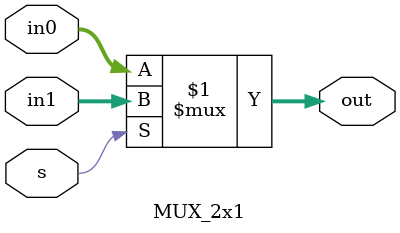
<source format=v>
module MUX_2x1 #(parameter WIDTH = 32)(
input  wire [WIDTH-1 :0]         in0,
input  wire [WIDTH-1 :0]         in1,
input  wire                      s,
output wire [WIDTH-1:0]          out
);

assign out = s ? in1 : in0;
endmodule
</source>
